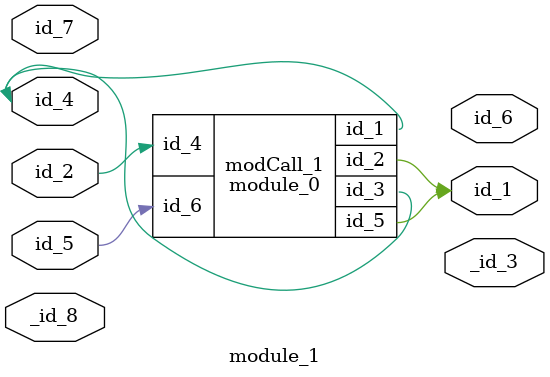
<source format=v>
module module_0 (
    id_1,
    id_2,
    id_3,
    id_4,
    id_5,
    id_6
);
  input wire id_6;
  output wire id_5;
  input wire id_4;
  output wire id_3;
  output wire id_2;
  inout wire id_1;
endmodule
module module_1 #(
    parameter id_3 = 32'd4,
    parameter id_8 = 32'd8
) (
    id_1,
    id_2,
    _id_3,
    id_4,
    id_5,
    id_6,
    id_7,
    _id_8
);
  input wire _id_8;
  inout wire id_7;
  module_0 modCall_1 (
      id_4,
      id_1,
      id_4,
      id_2,
      id_1,
      id_5
  );
  output wire id_6;
  input wire id_5;
  inout wire id_4;
  output wire _id_3;
  inout wire id_2;
  output wire id_1;
  wire [id_3 : id_8] id_9;
endmodule

</source>
